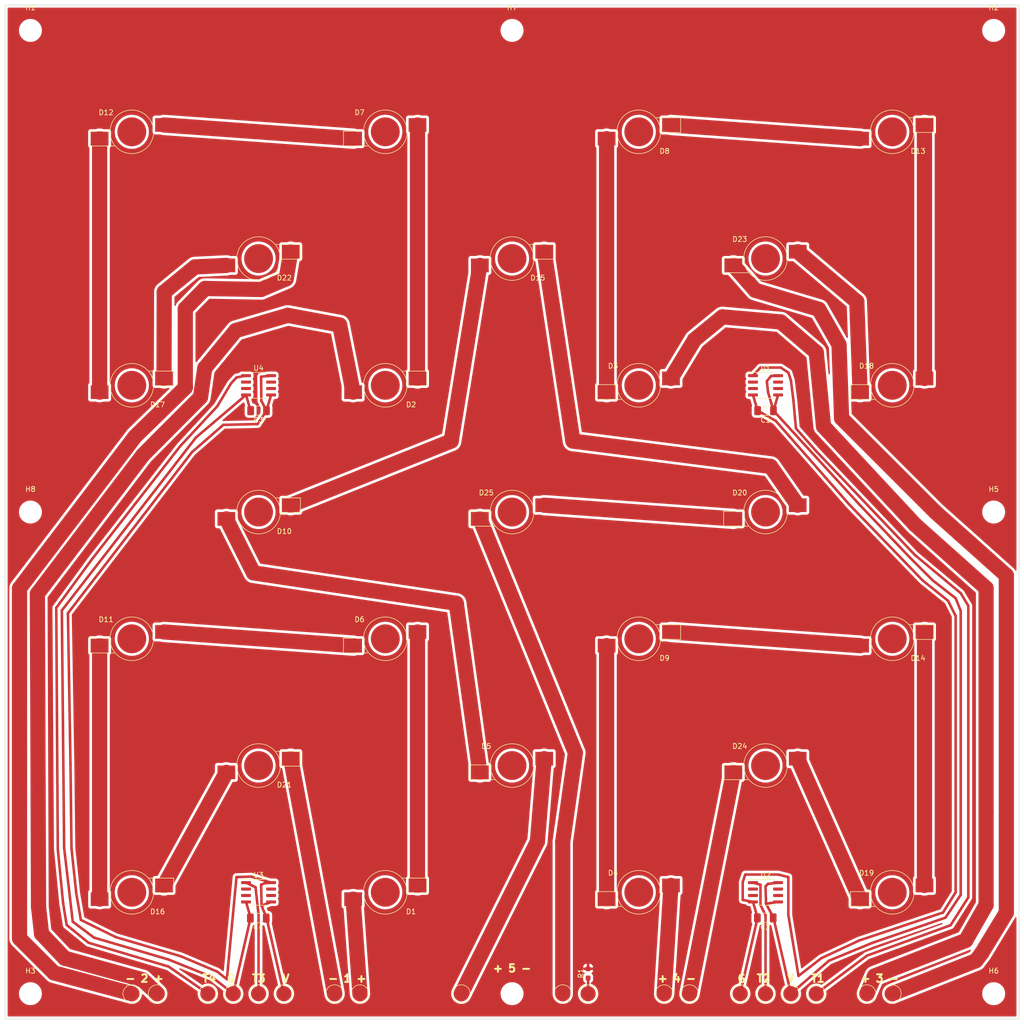
<source format=kicad_pcb>
(kicad_pcb (version 20201116) (generator pcbnew)
  (layers (0 "F.Cu" signal) (31 "B.Cu" signal) (34 "B.Paste" user) (35 "F.Paste" user) (36 "B.SilkS" user "B.Silkscreen") (37 "F.SilkS" user "F.Silkscreen") (38 "B.Mask" user) (39 "F.Mask" user) (44 "Edge.Cuts" user))
  (net 0 "")
  (net 1 "no_connect_59")
  (net 2 "Net-(D1-Pad1)")
  (net 3 "GND")
  (net 4 "no_connect_42")
  (net 5 "Net-(D2-Pad1)")
  (net 6 "VCC")
  (net 7 "no_connect_49")
  (net 8 "Net-(D3-Pad1)")
  (net 9 "no_connect_56")
  (net 10 "no_connect_50")
  (net 11 "Net-(D4-Pad1)")
  (net 12 "no_connect_57")
  (net 13 "no_connect_51")
  (net 14 "Net-(D10-Pad2)")
  (net 15 "no_connect_58")
  (net 16 "no_connect_52")
  (net 17 "Net-(D11-Pad2)")
  (net 18 "no_connect_53")
  (net 19 "Net-(D12-Pad2)")
  (net 20 "no_connect_54")
  (net 21 "Net-(D13-Pad2)")
  (net 22 "no_connect_55")
  (net 23 "Net-(D14-Pad2)")
  (net 24 "/TCHANNEL_1")
  (net 25 "Net-(D10-Pad1)")
  (net 26 "no_connect_60")
  (net 27 "Net-(D11-Pad1)")
  (net 28 "no_connect_61")
  (net 29 "Net-(D12-Pad1)")
  (net 30 "/TCHANNEL_2")
  (net 31 "Net-(D13-Pad1)")
  (net 32 "/TCHANNEL_3")
  (net 33 "Net-(D14-Pad1)")
  (net 34 "GNDA")
  (net 35 "Net-(D15-Pad1)")
  (net 36 "VCCQ")
  (net 37 "Net-(D16-Pad1)")
  (net 38 "no_connect_64")
  (net 39 "Net-(D17-Pad1)")
  (net 40 "no_connect_65")
  (net 41 "Net-(D18-Pad1)")
  (net 42 "no_connect_41")
  (net 43 "Net-(D19-Pad1)")
  (net 44 "no_connect_43")
  (net 45 "Net-(D20-Pad1)")
  (net 46 "no_connect_44")
  (net 47 "Net-(D21-Pad1)")
  (net 48 "no_connect_45")
  (net 49 "Net-(D22-Pad1)")
  (net 50 "no_connect_46")
  (net 51 "Net-(D23-Pad1)")
  (net 52 "no_connect_47")
  (net 53 "Net-(D24-Pad1)")
  (net 54 "no_connect_48")
  (net 55 "Net-(D25-Pad1)")
  (net 56 "/CH1_VSUP")
  (net 57 "/CH2_VSUP")
  (net 58 "/CH3_VSUP")
  (net 59 "/CH4_VSUP")
  (net 60 "/CH5_VSUP")
  (net 61 "/TCHANNEL_4")
  (net 62 "no_connect_62")
  (net 63 "no_connect_63")
  (net 64 "Net-(J19-Pad1)")
  (net 65 "/PLANE")
  (footprint "LED_SMD:LED_1W_3W_R8" (layer "F.Cu") (at 100 80 180)
    (fp_text reference "D22" (at -5.08 -3.81) (layer "F.SilkS"))
    (fp_text value "LED_PAD")
    (pad "1" smd rect (at -6.35 1.35 180) (size 3.5 2.7) (layers "F.Cu" "F.Paste" "F.Mask") (net 49 "Net-(D22-Pad1)"))
    (pad "2" smd rect (at 6.35 -1.35 180) (size 3.5 2.7) (layers "F.Cu" "F.Paste" "F.Mask") (net 39 "Net-(D17-Pad1)"))
    (pad "3" smd circle (at 0 0 180) (size 5.7 5.7) (layers "F.Cu" "F.Paste" "F.Mask") (net 22 "no_connect_55"))
  )
  (footprint "TestPoint:TestPoint_Pad_D3.0mm" (layer "F.Cu") (at 115 225)
    (fp_text reference "J2" hide)
    (fp_text value "Conn_01x01")
    (pad "1" smd circle (at 0 0) (size 3 3) (layers "F.Cu" "F.Mask") (net 47 "Net-(D21-Pad1)"))
  )
  (footprint "Package_SO:SOIC-8_3.9x4.9mm_P1.27mm" (layer "F.Cu") (at 200 205)
    (fp_text reference "U2" (at 0 -3.4) (layer "F.SilkS"))
    (fp_text value "TMP36xS")
    (pad "1" smd roundrect (at -2.475 -1.905) (size 1.95 0.6) (layers "F.Cu" "F.Paste" "F.Mask") (net 30 "/TCHANNEL_2"))
    (pad "2" smd roundrect (at -2.475 -0.635) (size 1.95 0.6) (layers "F.Cu" "F.Paste" "F.Mask"))
    (pad "3" smd roundrect (at -2.475 0.635) (size 1.95 0.6) (layers "F.Cu" "F.Paste" "F.Mask"))
    (pad "4" smd roundrect (at -2.475 1.905) (size 1.95 0.6) (layers "F.Cu" "F.Paste" "F.Mask") (net 3 "GND"))
    (pad "5" smd roundrect (at 2.475 1.905) (size 1.95 0.6) (layers "F.Cu" "F.Paste" "F.Mask") (net 6 "VCC"))
    (pad "6" smd roundrect (at 2.475 0.635) (size 1.95 0.6) (layers "F.Cu" "F.Paste" "F.Mask"))
    (pad "7" smd roundrect (at 2.475 -0.635) (size 1.95 0.6) (layers "F.Cu" "F.Paste" "F.Mask"))
    (pad "8" smd roundrect (at 2.475 -1.905) (size 1.95 0.6) (layers "F.Cu" "F.Paste" "F.Mask") (net 6 "VCC"))
  )
  (footprint "TestPoint:TestPoint_Pad_D3.0mm" (layer "F.Cu") (at 75 225)
    (fp_text reference "J4" hide)
    (fp_text value "Conn_01x01")
    (pad "1" smd circle (at 0 0) (size 3 3) (layers "F.Cu" "F.Mask") (net 49 "Net-(D22-Pad1)"))
  )
  (footprint "Package_SO:SOIC-8_3.9x4.9mm_P1.27mm" (layer "F.Cu") (at 100 105)
    (fp_text reference "U4" (at 0 -3.4) (layer "F.SilkS"))
    (fp_text value "TMP36xS")
    (pad "1" smd roundrect (at -2.475 -1.905) (size 1.95 0.6) (layers "F.Cu" "F.Paste" "F.Mask") (net 61 "/TCHANNEL_4"))
    (pad "2" smd roundrect (at -2.475 -0.635) (size 1.95 0.6) (layers "F.Cu" "F.Paste" "F.Mask"))
    (pad "3" smd roundrect (at -2.475 0.635) (size 1.95 0.6) (layers "F.Cu" "F.Paste" "F.Mask"))
    (pad "4" smd roundrect (at -2.475 1.905) (size 1.95 0.6) (layers "F.Cu" "F.Paste" "F.Mask") (net 34 "GNDA"))
    (pad "5" smd roundrect (at 2.475 1.905) (size 1.95 0.6) (layers "F.Cu" "F.Paste" "F.Mask") (net 36 "VCCQ"))
    (pad "6" smd roundrect (at 2.475 0.635) (size 1.95 0.6) (layers "F.Cu" "F.Paste" "F.Mask"))
    (pad "7" smd roundrect (at 2.475 -0.635) (size 1.95 0.6) (layers "F.Cu" "F.Paste" "F.Mask"))
    (pad "8" smd roundrect (at 2.475 -1.905) (size 1.95 0.6) (layers "F.Cu" "F.Paste" "F.Mask") (net 36 "VCCQ"))
  )
  (footprint "TestPoint:TestPoint_Pad_D3.0mm" (layer "F.Cu") (at 185 225)
    (fp_text reference "J8" hide)
    (fp_text value "Conn_01x01")
    (pad "1" smd circle (at 0 0) (size 3 3) (layers "F.Cu" "F.Mask") (net 53 "Net-(D24-Pad1)"))
  )
  (footprint "LED_SMD:LED_1W_3W_R8" (layer "F.Cu") (at 200 80)
    (fp_text reference "D23" (at -5.08 -3.81) (layer "F.SilkS"))
    (fp_text value "LED_PAD")
    (pad "1" smd rect (at -6.35 1.35) (size 3.5 2.7) (layers "F.Cu" "F.Paste" "F.Mask") (net 51 "Net-(D23-Pad1)"))
    (pad "2" smd rect (at 6.35 -1.35) (size 3.5 2.7) (layers "F.Cu" "F.Paste" "F.Mask") (net 41 "Net-(D18-Pad1)"))
    (pad "3" smd circle (at 0 0) (size 5.7 5.7) (layers "F.Cu" "F.Paste" "F.Mask") (net 9 "no_connect_56"))
  )
  (footprint "LED_SMD:LED_1W_3W_R8" (layer "F.Cu") (at 225 55 180)
    (fp_text reference "D13" (at -5.08 -3.81) (layer "F.SilkS"))
    (fp_text value "LED_PAD")
    (pad "1" smd rect (at -6.35 1.35 180) (size 3.5 2.7) (layers "F.Cu" "F.Paste" "F.Mask") (net 31 "Net-(D13-Pad1)"))
    (pad "2" smd rect (at 6.35 -1.35 180) (size 3.5 2.7) (layers "F.Cu" "F.Paste" "F.Mask") (net 21 "Net-(D13-Pad2)"))
    (pad "3" smd circle (at 0 0 180) (size 5.7 5.7) (layers "F.Cu" "F.Paste" "F.Mask") (net 48 "no_connect_45"))
  )
  (footprint "TestPoint:TestPoint_Pad_D3.0mm" (layer "F.Cu") (at 220 225)
    (fp_text reference "J5" hide)
    (fp_text value "Conn_01x01")
    (pad "1" smd circle (at 0 0) (size 3 3) (layers "F.Cu" "F.Mask") (net 58 "/CH3_VSUP"))
  )
  (footprint "LED_SMD:LED_1W_3W_R8" (layer "F.Cu") (at 75 105 180)
    (fp_text reference "D17" (at -5.08 -3.81) (layer "F.SilkS"))
    (fp_text value "LED_PAD")
    (pad "1" smd rect (at -6.35 1.35 180) (size 3.5 2.7) (layers "F.Cu" "F.Paste" "F.Mask") (net 39 "Net-(D17-Pad1)"))
    (pad "2" smd rect (at 6.35 -1.35 180) (size 3.5 2.7) (layers "F.Cu" "F.Paste" "F.Mask") (net 29 "Net-(D12-Pad1)"))
    (pad "3" smd circle (at 0 0 180) (size 5.7 5.7) (layers "F.Cu" "F.Paste" "F.Mask") (net 7 "no_connect_49"))
  )
  (footprint "LED_SMD:LED_1W_3W_R8" (layer "F.Cu") (at 200 130)
    (fp_text reference "D20" (at -5.08 -3.81) (layer "F.SilkS"))
    (fp_text value "LED_PAD")
    (pad "1" smd rect (at -6.35 1.35) (size 3.5 2.7) (layers "F.Cu" "F.Paste" "F.Mask") (net 45 "Net-(D20-Pad1)"))
    (pad "2" smd rect (at 6.35 -1.35) (size 3.5 2.7) (layers "F.Cu" "F.Paste" "F.Mask") (net 35 "Net-(D15-Pad1)"))
    (pad "3" smd circle (at 0 0) (size 5.7 5.7) (layers "F.Cu" "F.Paste" "F.Mask") (net 18 "no_connect_53"))
  )
  (footprint "TestPoint:TestPoint_Pad_D3.0mm" (layer "F.Cu") (at 90 225)
    (fp_text reference "J17" hide)
    (fp_text value "Conn_01x01")
    (pad "1" smd circle (at 0 0) (size 3 3) (layers "F.Cu" "F.Mask") (net 61 "/TCHANNEL_4"))
  )
  (footprint "LED_SMD:LED_1W_3W_R8" (layer "F.Cu") (at 175 205)
    (fp_text reference "D4" (at -5.08 -3.81) (layer "F.SilkS"))
    (fp_text value "LED_PAD")
    (pad "1" smd rect (at -6.35 1.35) (size 3.5 2.7) (layers "F.Cu" "F.Paste" "F.Mask") (net 11 "Net-(D4-Pad1)"))
    (pad "2" smd rect (at 6.35 -1.35) (size 3.5 2.7) (layers "F.Cu" "F.Paste" "F.Mask") (net 59 "/CH4_VSUP"))
    (pad "3" smd circle (at 0 0) (size 5.7 5.7) (layers "F.Cu" "F.Paste" "F.Mask") (net 26 "no_connect_60"))
  )
  (footprint "Capacitor_SMD:C_1206_3216Metric_Pad1.33x1.80mm_HandSolder" (layer "F.Cu") (at 200 110 180)
    (fp_text reference "C1" (at 0 -1.85) (layer "F.SilkS"))
    (fp_text value "C_Small")
    (pad "1" smd roundrect (at -1.5625 0 180) (size 1.325 1.8) (layers "F.Cu" "F.Paste" "F.Mask") (roundrect_rratio 0.188679) (net 6 "VCC"))
    (pad "2" smd roundrect (at 1.5625 0 180) (size 1.325 1.8) (layers "F.Cu" "F.Paste" "F.Mask") (roundrect_rratio 0.188679) (net 3 "GND"))
  )
  (footprint "MountingHole:MountingHole_3.5mm" (layer "F.Cu") (at 55 35)
    (fp_text reference "H1" (at 0 -4.5) (layer "F.SilkS"))
    (fp_text value "MountingHole")
    (pad "1" np_thru_hole circle (at 0 0) (size 3.5 3.5) (drill 3.5) (layers *.Cu *.Mask))
  )
  (footprint "Capacitor_SMD:C_1206_3216Metric_Pad1.33x1.80mm_HandSolder" (layer "F.Cu") (at 100 110 180)
    (fp_text reference "C3" (at 0 -1.85) (layer "F.SilkS"))
    (fp_text value "C_Small")
    (pad "1" smd roundrect (at -1.5625 0 180) (size 1.325 1.8) (layers "F.Cu" "F.Paste" "F.Mask") (roundrect_rratio 0.188679) (net 36 "VCCQ"))
    (pad "2" smd roundrect (at 1.5625 0 180) (size 1.325 1.8) (layers "F.Cu" "F.Paste" "F.Mask") (roundrect_rratio 0.188679) (net 34 "GNDA"))
  )
  (footprint "TestPoint:TestPoint_Pad_D3.0mm" (layer "F.Cu") (at 100 225)
    (fp_text reference "J16" hide)
    (fp_text value "Conn_01x01")
    (pad "1" smd circle (at 0 0) (size 3 3) (layers "F.Cu" "F.Mask") (net 32 "/TCHANNEL_3"))
  )
  (footprint "LED_SMD:LED_1W_3W_R8" (layer "F.Cu") (at 100 130 180)
    (fp_text reference "D10" (at -5.08 -3.81) (layer "F.SilkS"))
    (fp_text value "LED_PAD")
    (pad "1" smd rect (at -6.35 1.35 180) (size 3.5 2.7) (layers "F.Cu" "F.Paste" "F.Mask") (net 25 "Net-(D10-Pad1)"))
    (pad "2" smd rect (at 6.35 -1.35 180) (size 3.5 2.7) (layers "F.Cu" "F.Paste" "F.Mask") (net 14 "Net-(D10-Pad2)"))
    (pad "3" smd circle (at 0 0 180) (size 5.7 5.7) (layers "F.Cu" "F.Paste" "F.Mask") (net 4 "no_connect_42"))
  )
  (footprint "LED_SMD:LED_1W_3W_R8" (layer "F.Cu") (at 125 155)
    (fp_text reference "D6" (at -5.08 -3.81) (layer "F.SilkS"))
    (fp_text value "LED_PAD")
    (pad "1" smd rect (at -6.35 1.35) (size 3.5 2.7) (layers "F.Cu" "F.Paste" "F.Mask") (net 17 "Net-(D11-Pad2)"))
    (pad "2" smd rect (at 6.35 -1.35) (size 3.5 2.7) (layers "F.Cu" "F.Paste" "F.Mask") (net 2 "Net-(D1-Pad1)"))
    (pad "3" smd circle (at 0 0) (size 5.7 5.7) (layers "F.Cu" "F.Paste" "F.Mask") (net 62 "no_connect_62"))
  )
  (footprint "MountingHole:MountingHole_3.5mm" (layer "F.Cu") (at 245 130)
    (fp_text reference "H5" (at 0 -4.5) (layer "F.SilkS"))
    (fp_text value "MountingHole")
    (pad "1" np_thru_hole circle (at 0 0) (size 3.5 3.5) (drill 3.5) (layers *.Cu *.Mask))
  )
  (footprint "TestPoint:TestPoint_Pad_D3.0mm" (layer "F.Cu") (at 105 225)
    (fp_text reference "J15" hide)
    (fp_text value "Conn_01x01")
    (pad "1" smd circle (at 0 0) (size 3 3) (layers "F.Cu" "F.Mask") (net 36 "VCCQ"))
  )
  (footprint "MountingHole:MountingHole_3.5mm" (layer "F.Cu") (at 55 130)
    (fp_text reference "H8" (at 0 -4.5) (layer "F.SilkS"))
    (fp_text value "MountingHole")
    (pad "1" np_thru_hole circle (at 0 0) (size 3.5 3.5) (drill 3.5) (layers *.Cu *.Mask))
  )
  (footprint "LED_SMD:LED_1W_3W_R8" (layer "F.Cu") (at 125 205 180)
    (fp_text reference "D1" (at -5.08 -3.81) (layer "F.SilkS"))
    (fp_text value "LED_PAD")
    (pad "1" smd rect (at -6.35 1.35 180) (size 3.5 2.7) (layers "F.Cu" "F.Paste" "F.Mask") (net 2 "Net-(D1-Pad1)"))
    (pad "2" smd rect (at 6.35 -1.35 180) (size 3.5 2.7) (layers "F.Cu" "F.Paste" "F.Mask") (net 56 "/CH1_VSUP"))
    (pad "3" smd circle (at 0 0 180) (size 5.7 5.7) (layers "F.Cu" "F.Paste" "F.Mask") (net 42 "no_connect_41"))
  )
  (footprint "LED_SMD:LED_1W_3W_R8" (layer "F.Cu") (at 175 55 180)
    (fp_text reference "D8" (at -5.08 -3.81) (layer "F.SilkS"))
    (fp_text value "LED_PAD")
    (pad "1" smd rect (at -6.35 1.35 180) (size 3.5 2.7) (layers "F.Cu" "F.Paste" "F.Mask") (net 21 "Net-(D13-Pad2)"))
    (pad "2" smd rect (at 6.35 -1.35 180) (size 3.5 2.7) (layers "F.Cu" "F.Paste" "F.Mask") (net 8 "Net-(D3-Pad1)"))
    (pad "3" smd circle (at 0 0 180) (size 5.7 5.7) (layers "F.Cu" "F.Paste" "F.Mask") (net 38 "no_connect_64"))
  )
  (footprint "LED_SMD:LED_1W_3W_R8" (layer "F.Cu") (at 225 155 180)
    (fp_text reference "D14" (at -5.08 -3.81) (layer "F.SilkS"))
    (fp_text value "LED_PAD")
    (pad "1" smd rect (at -6.35 1.35 180) (size 3.5 2.7) (layers "F.Cu" "F.Paste" "F.Mask") (net 33 "Net-(D14-Pad1)"))
    (pad "2" smd rect (at 6.35 -1.35 180) (size 3.5 2.7) (layers "F.Cu" "F.Paste" "F.Mask") (net 23 "Net-(D14-Pad2)"))
    (pad "3" smd circle (at 0 0 180) (size 5.7 5.7) (layers "F.Cu" "F.Paste" "F.Mask") (net 50 "no_connect_46"))
  )
  (footprint "MountingHole:MountingHole_3.5mm" (layer "F.Cu") (at 245 35)
    (fp_text reference "H2" (at 0 -4.5) (layer "F.SilkS"))
    (fp_text value "MountingHole")
    (pad "1" np_thru_hole circle (at 0 0) (size 3.5 3.5) (drill 3.5) (layers *.Cu *.Mask))
  )
  (footprint "TestPoint:TestPoint_Pad_D3.0mm" (layer "F.Cu") (at 195 225)
    (fp_text reference "J14" hide)
    (fp_text value "Conn_01x01")
    (pad "1" smd circle (at 0 0) (size 3 3) (layers "F.Cu" "F.Mask") (net 3 "GND"))
  )
  (footprint "LED_SMD:LED_1W_3W_R8" (layer "F.Cu") (at 150 130)
    (fp_text reference "D25" (at -5.08 -3.81) (layer "F.SilkS"))
    (fp_text value "LED_PAD")
    (pad "1" smd rect (at -6.35 1.35) (size 3.5 2.7) (layers "F.Cu" "F.Paste" "F.Mask") (net 55 "Net-(D25-Pad1)"))
    (pad "2" smd rect (at 6.35 -1.35) (size 3.5 2.7) (layers "F.Cu" "F.Paste" "F.Mask") (net 45 "Net-(D20-Pad1)"))
    (pad "3" smd circle (at 0 0) (size 5.7 5.7) (layers "F.Cu" "F.Paste" "F.Mask") (net 15 "no_connect_58"))
  )
  (footprint "MountingHole:MountingHole_3.5mm" (layer "F.Cu") (at 55 225)
    (fp_text reference "H3" (at 0 -4.5) (layer "F.SilkS"))
    (fp_text value "MountingHole")
    (pad "1" np_thru_hole circle (at 0 0) (size 3.5 3.5) (drill 3.5) (layers *.Cu *.Mask))
  )
  (footprint "TestPoint:TestPoint_Pad_D3.0mm" (layer "F.Cu") (at 80 225)
    (fp_text reference "J3" hide)
    (fp_text value "Conn_01x01")
    (pad "1" smd circle (at 0 0) (size 3 3) (layers "F.Cu" "F.Mask") (net 57 "/CH2_VSUP"))
  )
  (footprint "Capacitor_SMD:C_1206_3216Metric_Pad1.33x1.80mm_HandSolder" (layer "F.Cu") (at 99.95 210.1 180)
    (fp_text reference "C4" (at 0 -1.85) (layer "F.SilkS"))
    (fp_text value "C_Small")
    (pad "1" smd roundrect (at -1.5625 0 180) (size 1.325 1.8) (layers "F.Cu" "F.Paste" "F.Mask") (roundrect_rratio 0.188679) (net 36 "VCCQ"))
    (pad "2" smd roundrect (at 1.5625 0 180) (size 1.325 1.8) (layers "F.Cu" "F.Paste" "F.Mask") (roundrect_rratio 0.188679) (net 34 "GNDA"))
  )
  (footprint "Package_SO:SOIC-8_3.9x4.9mm_P1.27mm" (layer "F.Cu") (at 200 105)
    (fp_text reference "U1" (at 0 -3.4) (layer "F.SilkS"))
    (fp_text value "TMP36xS")
    (pad "1" smd roundrect (at -2.475 -1.905) (size 1.95 0.6) (layers "F.Cu" "F.Paste" "F.Mask") (net 24 "/TCHANNEL_1"))
    (pad "2" smd roundrect (at -2.475 -0.635) (size 1.95 0.6) (layers "F.Cu" "F.Paste" "F.Mask"))
    (pad "3" smd roundrect (at -2.475 0.635) (size 1.95 0.6) (layers "F.Cu" "F.Paste" "F.Mask"))
    (pad "4" smd roundrect (at -2.475 1.905) (size 1.95 0.6) (layers "F.Cu" "F.Paste" "F.Mask") (net 3 "GND"))
    (pad "5" smd roundrect (at 2.475 1.905) (size 1.95 0.6) (layers "F.Cu" "F.Paste" "F.Mask") (net 6 "VCC"))
    (pad "6" smd roundrect (at 2.475 0.635) (size 1.95 0.6) (layers "F.Cu" "F.Paste" "F.Mask"))
    (pad "7" smd roundrect (at 2.475 -0.635) (size 1.95 0.6) (layers "F.Cu" "F.Paste" "F.Mask"))
    (pad "8" smd roundrect (at 2.475 -1.905) (size 1.95 0.6) (layers "F.Cu" "F.Paste" "F.Mask") (net 6 "VCC"))
  )
  (footprint "TestPoint:TestPoint_Pad_D3.0mm" (layer "F.Cu") (at 200 225)
    (fp_text reference "J13" hide)
    (fp_text value "Conn_01x01")
    (pad "1" smd circle (at 0 0) (size 3 3) (layers "F.Cu" "F.Mask") (net 30 "/TCHANNEL_2"))
  )
  (footprint "LED_SMD:LED_1W_3W_R8" (layer "F.Cu") (at 100 180 180)
    (fp_text reference "D21" (at -5.08 -3.81) (layer "F.SilkS"))
    (fp_text value "LED_PAD")
    (pad "1" smd rect (at -6.35 1.35 180) (size 3.5 2.7) (layers "F.Cu" "F.Paste" "F.Mask") (net 47 "Net-(D21-Pad1)"))
    (pad "2" smd rect (at 6.35 -1.35 180) (size 3.5 2.7) (layers "F.Cu" "F.Paste" "F.Mask") (net 37 "Net-(D16-Pad1)"))
    (pad "3" smd circle (at 0 0 180) (size 5.7 5.7) (layers "F.Cu" "F.Paste" "F.Mask") (net 20 "no_connect_54"))
  )
  (footprint "TestPoint:TestPoint_Pad_D3.0mm" (layer "F.Cu") (at 210 225)
    (fp_text reference "J12" hide)
    (fp_text value "Conn_01x01")
    (pad "1" smd circle (at 0 0) (size 3 3) (layers "F.Cu" "F.Mask") (net 24 "/TCHANNEL_1"))
  )
  (footprint "LED_SMD:LED_1W_3W_R8" (layer "F.Cu") (at 200 180)
    (fp_text reference "D24" (at -5.08 -3.81) (layer "F.SilkS"))
    (fp_text value "LED_PAD")
    (pad "1" smd rect (at -6.35 1.35) (size 3.5 2.7) (layers "F.Cu" "F.Paste" "F.Mask") (net 53 "Net-(D24-Pad1)"))
    (pad "2" smd rect (at 6.35 -1.35) (size 3.5 2.7) (layers "F.Cu" "F.Paste" "F.Mask") (net 43 "Net-(D19-Pad1)"))
    (pad "3" smd circle (at 0 0) (size 5.7 5.7) (layers "F.Cu" "F.Paste" "F.Mask") (net 12 "no_connect_57"))
  )
  (footprint "LED_SMD:LED_1W_3W_R8" (layer "F.Cu") (at 175 105)
    (fp_text reference "D3" (at -5.08 -3.81) (layer "F.SilkS"))
    (fp_text value "LED_PAD")
    (pad "1" smd rect (at -6.35 1.35) (size 3.5 2.7) (layers "F.Cu" "F.Paste" "F.Mask") (net 8 "Net-(D3-Pad1)"))
    (pad "2" smd rect (at 6.35 -1.35) (size 3.5 2.7) (layers "F.Cu" "F.Paste" "F.Mask") (net 58 "/CH3_VSUP"))
    (pad "3" smd circle (at 0 0) (size 5.7 5.7) (layers "F.Cu" "F.Paste" "F.Mask") (net 1 "no_connect_59"))
  )
  (footprint "LED_SMD:LED_1W_3W_R8" (layer "F.Cu") (at 150 80 180)
    (fp_text reference "D15" (at -5.08 -3.81) (layer "F.SilkS"))
    (fp_text value "LED_PAD")
    (pad "1" smd rect (at -6.35 1.35 180) (size 3.5 2.7) (layers "F.Cu" "F.Paste" "F.Mask") (net 35 "Net-(D15-Pad1)"))
    (pad "2" smd rect (at 6.35 -1.35 180) (size 3.5 2.7) (layers "F.Cu" "F.Paste" "F.Mask") (net 25 "Net-(D10-Pad1)"))
    (pad "3" smd circle (at 0 0 180) (size 5.7 5.7) (layers "F.Cu" "F.Paste" "F.Mask") (net 52 "no_connect_47"))
  )
  (footprint "LED_SMD:LED_1W_3W_R8" (layer "F.Cu") (at 75 155)
    (fp_text reference "D11" (at -5.08 -3.81) (layer "F.SilkS"))
    (fp_text value "LED_PAD")
    (pad "1" smd rect (at -6.35 1.35) (size 3.5 2.7) (layers "F.Cu" "F.Paste" "F.Mask") (net 27 "Net-(D11-Pad1)"))
    (pad "2" smd rect (at 6.35 -1.35) (size 3.5 2.7) (layers "F.Cu" "F.Paste" "F.Mask") (net 17 "Net-(D11-Pad2)"))
    (pad "3" smd circle (at 0 0) (size 5.7 5.7) (layers "F.Cu" "F.Paste" "F.Mask") (net 44 "no_connect_43"))
  )
  (footprint "LED_SMD:LED_1W_3W_R8" (layer "F.Cu") (at 225 205)
    (fp_text reference "D19" (at -5.08 -3.81) (layer "F.SilkS"))
    (fp_text value "LED_PAD")
    (pad "1" smd rect (at -6.35 1.35) (size 3.5 2.7) (layers "F.Cu" "F.Paste" "F.Mask") (net 43 "Net-(D19-Pad1)"))
    (pad "2" smd rect (at 6.35 -1.35) (size 3.5 2.7) (layers "F.Cu" "F.Paste" "F.Mask") (net 33 "Net-(D14-Pad1)"))
    (pad "3" smd circle (at 0 0) (size 5.7 5.7) (layers "F.Cu" "F.Paste" "F.Mask") (net 13 "no_connect_51"))
  )
  (footprint "TestPoint:TestPoint_Pad_D3.0mm" (layer "F.Cu") (at 95 225)
    (fp_text reference "J18" hide)
    (fp_text value "Conn_01x01")
    (pad "1" smd circle (at 0 0) (size 3 3) (layers "F.Cu" "F.Mask") (net 34 "GNDA"))
  )
  (footprint "Capacitor_SMD:C_1206_3216Metric_Pad1.33x1.80mm_HandSolder" (layer "F.Cu") (at 199.95 210.05 180)
    (fp_text reference "C2" (at 0 -1.85) (layer "F.SilkS"))
    (fp_text value "C_Small")
    (pad "1" smd roundrect (at -1.5625 0 180) (size 1.325 1.8) (layers "F.Cu" "F.Paste" "F.Mask") (roundrect_rratio 0.188679) (net 6 "VCC"))
    (pad "2" smd roundrect (at 1.5625 0 180) (size 1.325 1.8) (layers "F.Cu" "F.Paste" "F.Mask") (roundrect_rratio 0.188679) (net 3 "GND"))
  )
  (footprint "LED_SMD:LED_1W_3W_R8" (layer "F.Cu") (at 225 105)
    (fp_text reference "D18" (at -5.08 -3.81) (layer "F.SilkS"))
    (fp_text value "LED_PAD")
    (pad "1" smd rect (at -6.35 1.35) (size 3.5 2.7) (layers "F.Cu" "F.Paste" "F.Mask") (net 41 "Net-(D18-Pad1)"))
    (pad "2" smd rect (at 6.35 -1.35) (size 3.5 2.7) (layers "F.Cu" "F.Paste" "F.Mask") (net 31 "Net-(D13-Pad1)"))
    (pad "3" smd circle (at 0 0) (size 5.7 5.7) (layers "F.Cu" "F.Paste" "F.Mask") (net 10 "no_connect_50"))
  )
  (footprint "TestPoint:TestPoint_Pad_D3.0mm" (layer "F.Cu") (at 180 225)
    (fp_text reference "J7" hide)
    (fp_text value "Conn_01x01")
    (pad "1" smd circle (at 0 0) (size 3 3) (layers "F.Cu" "F.Mask") (net 59 "/CH4_VSUP"))
  )
  (footprint "LED_SMD:LED_1W_3W_R8" (layer "F.Cu") (at 125 55)
    (fp_text reference "D7" (at -5.08 -3.81) (layer "F.SilkS"))
    (fp_text value "LED_PAD")
    (pad "1" smd rect (at -6.35 1.35) (size 3.5 2.7) (layers "F.Cu" "F.Paste" "F.Mask") (net 19 "Net-(D12-Pad2)"))
    (pad "2" smd rect (at 6.35 -1.35) (size 3.5 2.7) (layers "F.Cu" "F.Paste" "F.Mask") (net 5 "Net-(D2-Pad1)"))
    (pad "3" smd circle (at 0 0) (size 5.7 5.7) (layers "F.Cu" "F.Paste" "F.Mask") (net 63 "no_connect_63"))
  )
  (footprint "TestPoint:TestPoint_Pad_D3.0mm" (layer "F.Cu") (at 140 225)
    (fp_text reference "J9" hide)
    (fp_text value "Conn_01x01")
    (pad "1" smd circle (at 0 0) (size 3 3) (layers "F.Cu" "F.Mask") (net 60 "/CH5_VSUP"))
  )
  (footprint "Package_SO:SOIC-8_3.9x4.9mm_P1.27mm" (layer "F.Cu") (at 100 205)
    (fp_text reference "U3" (at 0 -3.4) (layer "F.SilkS"))
    (fp_text value "TMP36xS")
    (pad "1" smd roundrect (at -2.475 -1.905) (size 1.95 0.6) (layers "F.Cu" "F.Paste" "F.Mask") (net 32 "/TCHANNEL_3"))
    (pad "2" smd roundrect (at -2.475 -0.635) (size 1.95 0.6) (layers "F.Cu" "F.Paste" "F.Mask"))
    (pad "3" smd roundrect (at -2.475 0.635) (size 1.95 0.6) (layers "F.Cu" "F.Paste" "F.Mask"))
    (pad "4" smd roundrect (at -2.475 1.905) (size 1.95 0.6) (layers "F.Cu" "F.Paste" "F.Mask") (net 34 "GNDA"))
    (pad "5" smd roundrect (at 2.475 1.905) (size 1.95 0.6) (layers "F.Cu" "F.Paste" "F.Mask") (net 36 "VCCQ"))
    (pad "6" smd roundrect (at 2.475 0.635) (size 1.95 0.6) (layers "F.Cu" "F.Paste" "F.Mask"))
    (pad "7" smd roundrect (at 2.475 -0.635) (size 1.95 0.6) (layers "F.Cu" "F.Paste" "F.Mask"))
    (pad "8" smd roundrect (at 2.475 -1.905) (size 1.95 0.6) (layers "F.Cu" "F.Paste" "F.Mask") (net 36 "VCCQ"))
  )
  (footprint "TestPoint:TestPoint_Pad_D3.0mm" (layer "F.Cu") (at 165 225)
    (fp_text reference "J19" hide)
    (fp_text value "Conn_01x01")
    (pad "1" smd circle (at 0 0) (size 3 3) (layers "F.Cu" "F.Mask") (net 64 "Net-(J19-Pad1)"))
  )
  (footprint "LED_SMD:LED_1W_3W_R8" (layer "F.Cu") (at 175 155 180)
    (fp_text reference "D9" (at -5.08 -3.81) (layer "F.SilkS"))
    (fp_text value "LED_PAD")
    (pad "1" smd rect (at -6.35 1.35 180) (size 3.5 2.7) (layers "F.Cu" "F.Paste" "F.Mask") (net 23 "Net-(D14-Pad2)"))
    (pad "2" smd rect (at 6.35 -1.35 180) (size 3.5 2.7) (layers "F.Cu" "F.Paste" "F.Mask") (net 11 "Net-(D4-Pad1)"))
    (pad "3" smd circle (at 0 0 180) (size 5.7 5.7) (layers "F.Cu" "F.Paste" "F.Mask") (net 40 "no_connect_65"))
  )
  (footprint "MountingHole:MountingHole_3.5mm" (layer "F.Cu") (at 245 225)
    (fp_text reference "H6" (at 0 -4.5) (layer "F.SilkS"))
    (fp_text value "MountingHole")
    (pad "1" np_thru_hole circle (at 0 0) (size 3.5 3.5) (drill 3.5) (layers *.Cu *.Mask))
  )
  (footprint "LED_SMD:LED_1W_3W_R8" (layer "F.Cu") (at 150 180)
    (fp_text reference "D5" (at -5.08 -3.81) (layer "F.SilkS"))
    (fp_text value "LED_PAD")
    (pad "1" smd rect (at -6.35 1.35) (size 3.5 2.7) (layers "F.Cu" "F.Paste" "F.Mask") (net 14 "Net-(D10-Pad2)"))
    (pad "2" smd rect (at 6.35 -1.35) (size 3.5 2.7) (layers "F.Cu" "F.Paste" "F.Mask") (net 60 "/CH5_VSUP"))
    (pad "3" smd circle (at 0 0) (size 5.7 5.7) (layers "F.Cu" "F.Paste" "F.Mask") (net 28 "no_connect_61"))
  )
  (footprint "MountingHole:MountingHole_3.5mm" (layer "F.Cu") (at 150 35)
    (fp_text reference "H7" (at 0 -4.5) (layer "F.SilkS"))
    (fp_text value "MountingHole")
    (pad "1" np_thru_hole circle (at 0 0) (size 3.5 3.5) (drill 3.5) (layers *.Cu *.Mask))
  )
  (footprint "LED_SMD:LED_1W_3W_R8" (layer "F.Cu") (at 125 105 180)
    (fp_text reference "D2" (at -5.08 -3.81) (layer "F.SilkS"))
    (fp_text value "LED_PAD")
    (pad "1" smd rect (at -6.35 1.35 180) (size 3.5 2.7) (layers "F.Cu" "F.Paste" "F.Mask") (net 5 "Net-(D2-Pad1)"))
    (pad "2" smd rect (at 6.35 -1.35 180) (size 3.5 2.7) (layers "F.Cu" "F.Paste" "F.Mask") (net 57 "/CH2_VSUP"))
    (pad "3" smd circle (at 0 0 180) (size 5.7 5.7) (layers "F.Cu" "F.Paste" "F.Mask") (net 16 "no_connect_52"))
  )
  (footprint "TestPoint:TestPoint_Pad_D3.0mm" (layer "F.Cu") (at 225 225)
    (fp_text reference "J6" hide)
    (fp_text value "Conn_01x01")
    (pad "1" smd circle (at 0 0) (size 3 3) (layers "F.Cu" "F.Mask") (net 51 "Net-(D23-Pad1)"))
  )
  (footprint "TestPoint:TestPoint_Pad_D3.0mm" (layer "F.Cu") (at 120 225)
    (fp_text reference "J1" hide)
    (fp_text value "Conn_01x01")
    (pad "1" smd circle (at 0 0) (size 3 3) (layers "F.Cu" "F.Mask") (net 56 "/CH1_VSUP"))
  )
  (footprint "MountingHole:MountingHole_3.5mm" (layer "F.Cu") (at 150 225)
    (fp_text reference "H4" hide)
    (fp_text value "MountingHole")
    (pad "1" np_thru_hole circle (at 0 0) (size 3.5 3.5) (drill 3.5) (layers *.Cu *.Mask))
  )
  (footprint "TestPoint:TestPoint_Pad_D3.0mm" (layer "F.Cu") (at 160 225)
    (fp_text reference "J10" hide)
    (fp_text value "Conn_01x01")
    (pad "1" smd circle (at 0 0) (size 3 3) (layers "F.Cu" "F.Mask") (net 55 "Net-(D25-Pad1)"))
  )
  (footprint "Resistor_SMD:R_0603_1608Metric_Pad0.98x0.95mm_HandSolder" (layer "F.Cu") (at 165 221 90)
    (fp_text reference "R1" (at 0 -1.43 90) (layer "F.SilkS"))
    (fp_text value "R_Small")
    (pad "1" smd roundrect (at -0.9125 0 90) (size 0.975 0.95) (layers "F.Cu" "F.Paste" "F.Mask") (net 64 "Net-(J19-Pad1)"))
    (pad "2" smd roundrect (at 0.9125 0 90) (size 0.975 0.95) (layers "F.Cu" "F.Paste" "F.Mask") (net 65 "/PLANE"))
  )
  (footprint "LED_SMD:LED_1W_3W_R8" (layer "F.Cu") (at 75 205 180)
    (fp_text reference "D16" (at -5.08 -3.81) (layer "F.SilkS"))
    (fp_text value "LED_PAD")
    (pad "1" smd rect (at -6.35 1.35 180) (size 3.5 2.7) (layers "F.Cu" "F.Paste" "F.Mask") (net 37 "Net-(D16-Pad1)"))
    (pad "2" smd rect (at 6.35 -1.35 180) (size 3.5 2.7) (layers "F.Cu" "F.Paste" "F.Mask") (net 27 "Net-(D11-Pad1)"))
    (pad "3" smd circle (at 0 0 180) (size 5.7 5.7) (layers "F.Cu" "F.Paste" "F.Mask") (net 54 "no_connect_48"))
  )
  (footprint "TestPoint:TestPoint_Pad_D3.0mm" (layer "F.Cu") (at 205 225)
    (fp_text reference "J11" hide)
    (fp_text value "Conn_01x01")
    (pad "1" smd circle (at 0 0) (size 3 3) (layers "F.Cu" "F.Mask") (net 6 "VCC"))
  )
  (footprint "LED_SMD:LED_1W_3W_R8" (layer "F.Cu") (at 75 55)
    (fp_text reference "D12" (at -5.08 -3.81) (layer "F.SilkS"))
    (fp_text value "LED_PAD")
    (pad "1" smd rect (at -6.35 1.35) (size 3.5 2.7) (layers "F.Cu" "F.Paste" "F.Mask") (net 29 "Net-(D12-Pad1)"))
    (pad "2" smd rect (at 6.35 -1.35) (size 3.5 2.7) (layers "F.Cu" "F.Paste" "F.Mask") (net 19 "Net-(D12-Pad2)"))
    (pad "3" smd circle (at 0 0) (size 5.7 5.7) (layers "F.Cu" "F.Paste" "F.Mask") (net 46 "no_connect_44"))
  )
  (gr_line (start 250 230) (end 50 230) (layer "Edge.Cuts") (width 0.1))
  (gr_line (start 250 30) (end 250 230) (layer "Edge.Cuts") (width 0.1))
  (gr_line (start 50 30) (end 250 30) (layer "Edge.Cuts") (width 0.1))
  (gr_line (start 50 230) (end 50 30) (layer "Edge.Cuts") (width 0.1))
  (gr_text " G  T2   V   T1" (at 202.5 222) (layer "F.SilkS") (effects (font (size 1.5 1.5) (thickness 0.375))))
  (gr_text "+ 4 -" (at 182.5 222) (layer "F.SilkS") (effects (font (size 1.5 1.5) (thickness 0.375))))
  (gr_text "+ 5 -" (at 150 220) (layer "F.SilkS") (effects (font (size 1.5 1.5) (thickness 0.375))))
  (gr_text "- 1 +" (at 117.5 222) (layer "F.SilkS") (effects (font (size 1.5 1.5) (thickness 0.375))))
  (gr_text "+ 3 -" (at 222.5 222) (layer "F.SilkS") (effects (font (size 1.5 1.5) (thickness 0.375))))
  (gr_text "- 2 +" (at 77.5 222) (layer "F.SilkS") (effects (font (size 1.5 1.5) (thickness 0.375))))
  (gr_text "T4  G   T3   V" (at 97.5 222) (layer "F.SilkS") (effects (font (size 1.5 1.5) (thickness 0.375))))
  (segment (start 131.35 203.65) (end 131.35 153.65) (width 3) (layer "F.Cu") (net 2))
  (segment (start 198.4375 210) (end 197.525 206.905) (width 0.5) (layer "F.Cu") (net 3))
  (segment (start 195.5 206.5) (end 195.5 203) (width 0.5) (layer "F.Cu") (net 3))
  (segment (start 197.525 206.905) (end 195.5 206.5) (width 0.5) (layer "F.Cu") (net 3))
  (segment (start 216.5 128.5) (end 202 112) (width 0.5) (layer "F.Cu") (net 3))
  (segment (start 204.5 209.5) (end 206.5 221.5) (width 0.5) (layer "F.Cu") (net 3))
  (segment (start 195 225) (end 198.4375 210) (width 0.5) (layer "F.Cu") (net 3))
  (segment (start 206.5 221.5) (end 211 218) (width 0.5) (layer "F.Cu") (net 3))
  (segment (start 202 112) (end 198.4375 110) (width 0.5) (layer "F.Cu") (net 3))
  (segment (start 195.5 203) (end 196 201.5) (width 0.5) (layer "F.Cu") (net 3))
  (segment (start 198.4375 110) (end 197.525 106.905) (width 0.5) (layer "F.Cu") (net 3))
  (segment (start 202.5 201.5) (end 204.5 202) (width 0.5) (layer "F.Cu") (net 3))
  (segment (start 236 147.5) (end 231 143.5) (width 0.5) (layer "F.Cu") (net 3))
  (segment (start 218.5 214.5) (end 227.5 211.5) (width 0.5) (layer "F.Cu") (net 3))
  (segment (start 235 209) (end 237.5 205) (width 0.5) (layer "F.Cu") (net 3))
  (segment (start 237.5 205) (end 237.5 150.5) (width 0.5) (layer "F.Cu") (net 3))
  (segment (start 196 201.5) (end 202.5 201.5) (width 0.5) (layer "F.Cu") (net 3))
  (segment (start 227.5 211.5) (end 235 209) (width 0.5) (layer "F.Cu") (net 3))
  (segment (start 237.5 150.5) (end 236 147.5) (width 0.5) (layer "F.Cu") (net 3))
  (segment (start 211 218) (end 218.5 214.5) (width 0.5) (layer "F.Cu") (net 3))
  (segment (start 204.5 202) (end 204.5 209.5) (width 0.5) (layer "F.Cu") (net 3))
  (segment (start 231 143.5) (end 216.5 128.5) (width 0.5) (layer "F.Cu") (net 3))
  (segment (start 131.35 53.65) (end 131.35 103.65) (width 3) (layer "F.Cu") (net 5))
  (segment (start 200.25 104.2) (end 201.1 103.15) (width 0.5) (layer "F.Cu") (net 6))
  (segment (start 201.5625 210) (end 200.1 207.25) (width 0.5) (layer "F.Cu") (net 6))
  (segment (start 233 143.5) (end 228.5 139) (width 0.5) (layer "F.Cu") (net 6))
  (segment (start 201.1 103.15) (end 202.475 103.095) (width 0.5) (layer "F.Cu") (net 6))
  (segment (start 200 203.85) (end 200.45 203.35) (width 0.5) (layer "F.Cu") (net 6))
  (segment (start 200.1 207.25) (end 200 203.85) (width 0.5) (layer "F.Cu") (net 6))
  (segment (start 228.5 139) (end 218.5 128.5) (width 0.5) (layer "F.Cu") (net 6))
  (segment (start 205 225) (end 201.5625 210) (width 0.5) (layer "F.Cu") (net 6))
  (segment (start 205 225) (end 212.5 218.5) (width 0.5) (layer "F.Cu") (net 6))
  (segment (start 201.5625 110) (end 202.475 106.905) (width 0.5) (layer "F.Cu") (net 6))
  (segment (start 202.475 206.905) (end 200.1 207.25) (width 0.5) (layer "F.Cu") (net 6))
  (segment (start 200.45 203.35) (end 202.475 203.095) (width 0.5) (layer "F.Cu") (net 6))
  (segment (start 235.5 210) (end 238.5 205.5) (width 0.5) (layer "F.Cu") (net 6))
  (segment (start 238.5 191.5) (end 238.5 149.5) (width 0.5) (layer "F.Cu") (net 6))
  (segment (start 218.5 128.5) (end 201.5625 110) (width 0.5) (layer "F.Cu") (net 6))
  (segment (start 201.5625 110) (end 200.5 106.35) (width 0.5) (layer "F.Cu") (net 6))
  (segment (start 238.5 149.5) (end 237.5 147) (width 0.5) (layer "F.Cu") (net 6))
  (segment (start 237.5 147) (end 233 143.5) (width 0.5) (layer "F.Cu") (net 6))
  (segment (start 212.5 218.5) (end 221 215) (width 0.5) (layer "F.Cu") (net 6))
  (segment (start 221 215) (end 235.5 210) (width 0.5) (layer "F.Cu") (net 6))
  (segment (start 200.5 106.35) (end 200.25 104.2) (width 0.5) (layer "F.Cu") (net 6))
  (segment (start 238.5 205.5) (end 238.5 191.5) (width 0.5) (layer "F.Cu") (net 6))
  (segment (start 168.65 106.35) (end 168.65 56.35) (width 3) (layer "F.Cu") (net 8))
  (segment (start 168.65 206.35) (end 168.65 156.35) (width 3) (layer "F.Cu") (net 11))
  (segment (start 143.65 181.35) (end 139 148) (width 3) (layer "F.Cu") (net 14))
  (segment (start 139 148) (end 99 142) (width 3) (layer "F.Cu") (net 14))
  (segment (start 99 142) (end 93.65 131.35) (width 3) (layer "F.Cu") (net 14))
  (segment (start 118.65 156.35) (end 81.35 153.65) (width 3) (layer "F.Cu") (net 17))
  (segment (start 81.35 53.65) (end 118.65 56.35) (width 3) (layer "F.Cu") (net 19))
  (segment (start 181.35 53.65) (end 218.65 56.35) (width 3) (layer "F.Cu") (net 21))
  (segment (start 181.35 153.65) (end 218.65 156.35) (width 3) (layer "F.Cu") (net 23))
  (segment (start 199 101.5) (end 203 101.5) (width 0.5) (layer "F.Cu") (net 24))
  (segment (start 236.5 211.5) (end 240 206) (width 0.5) (layer "F.Cu") (net 24))
  (segment (start 204.5 102.5) (end 205 104) (width 0.5) (layer "F.Cu") (net 24))
  (segment (start 210 118) (end 206 113.5) (width 0.5) (layer "F.Cu") (net 24))
  (segment (start 203 101.5) (end 204.5 102.5) (width 0.5) (layer "F.Cu") (net 24))
  (segment (start 229.5 138.5) (end 210 118) (width 0.5) (layer "F.Cu") (net 24))
  (segment (start 205.5 108) (end 205 104) (width 0.5) (layer "F.Cu") (net 24))
  (segment (start 206 113.5) (end 205.5 108) (width 0.5) (layer "F.Cu") (net 24))
  (segment (start 240 206) (end 240 148.5) (width 0.5) (layer "F.Cu") (net 24))
  (segment (start 240 148.5) (end 238.5 146) (width 0.5) (layer "F.Cu") (net 24))
  (segment (start 210 225) (end 220 217.5) (width 0.5) (layer "F.Cu") (net 24))
  (segment (start 197.525 103.095) (end 199 101.5) (width 0.5) (layer "F.Cu") (net 24))
  (segment (start 238.5 146) (end 229.5 138.5) (width 0.5) (layer "F.Cu") (net 24))
  (segment (start 220 217.5) (end 236.5 211.5) (width 0.5) (layer "F.Cu") (net 24))
  (segment (start 138 116) (end 143.65 81.35) (width 3) (layer "F.Cu") (net 25))
  (segment (start 106.35 128.65) (end 138 116) (width 3) (layer "F.Cu") (net 25))
  (segment (start 68.65 156.35) (end 68.65 206.35) (width 3) (layer "F.Cu") (net 27))
  (segment (start 68.65 106.35) (end 68.65 56.35) (width 3) (layer "F.Cu") (net 29))
  (segment (start 200 209.5) (end 199 207.5) (width 0.5) (layer "F.Cu") (net 30))
  (segment (start 200 225) (end 200 209.5) (width 0.5) (layer "F.Cu") (net 30))
  (segment (start 199 203.5) (end 197.525 203.095) (width 0.5) (layer "F.Cu") (net 30))
  (segment (start 199 207.5) (end 199 203.5) (width 0.5) (layer "F.Cu") (net 30))
  (segment (start 231.35 53.65) (end 231.35 103.65) (width 3) (layer "F.Cu") (net 31))
  (segment (start 100 209.4) (end 99.4 204) (width 0.5) (layer "F.Cu") (net 32))
  (segment (start 99.4 204) (end 97.525 203.095) (width 0.5) (layer "F.Cu") (net 32))
  (segment (start 100 225) (end 100 209.4) (width 0.5) (layer "F.Cu") (net 32))
  (segment (start 231.35 153.65) (end 231.35 203.65) (width 3) (layer "F.Cu") (net 33))
  (segment (start 95 225) (end 98.4375 210) (width 0.5) (layer "F.Cu") (net 34))
  (segment (start 90.8 221.7) (end 82.2 218.25) (width 0.5) (layer "F.Cu") (net 34))
  (segment (start 63.35 210.8) (end 61.65 196.25) (width 0.5) (layer "F.Cu") (net 34))
  (segment (start 87.65 115.3) (end 97.525 106.905) (width 0.5) (layer "F.Cu") (net 34))
  (segment (start 95 225) (end 90.8 221.7) (width 0.5) (layer "F.Cu") (net 34))
  (segment (start 97.525 206.905) (end 98.4375 210) (width 0.5) (layer "F.Cu") (net 34))
  (segment (start 98.4375 110) (end 97.525 106.905) (width 0.5) (layer "F.Cu") (net 34))
  (segment (start 67.55 213.95) (end 63.35 210.8) (width 0.5) (layer "F.Cu") (net 34))
  (segment (start 61.65 196.25) (end 61.2 149.4) (width 0.5) (layer "F.Cu") (net 34))
  (segment (start 82.2 218.25) (end 67.55 213.95) (width 0.5) (layer "F.Cu") (net 34))
  (segment (start 61.2 149.4) (end 87.65 115.3) (width 0.5) (layer "F.Cu") (net 34))
  (segment (start 156.35 78.65) (end 162 116) (width 3) (layer "F.Cu") (net 35))
  (segment (start 201 121) (end 206.35 128.65) (width 3) (layer "F.Cu") (net 35))
  (segment (start 162 116) (end 201 121) (width 3) (layer "F.Cu") (net 35))
  (segment (start 100.5 103.3) (end 100.55 108.05) (width 0.5) (layer "F.Cu") (net 36))
  (segment (start 99.8 112.65) (end 101.5625 110) (width 0.5) (layer "F.Cu") (net 36))
  (segment (start 100.6 207.65) (end 100.5 203.5) (width 0.5) (layer "F.Cu") (net 36))
  (segment (start 102.475 103.095) (end 100.5 103.3) (width 0.5) (layer "F.Cu") (net 36))
  (segment (start 101.25 203.2) (end 102.475 203.095) (width 0.5) (layer "F.Cu") (net 36))
  (segment (start 64.05 205.25) (end 63.1 196.35) (width 0.5) (layer "F.Cu") (net 36))
  (segment (start 86.85 118.2) (end 93.05 112.8) (width 0.5) (layer "F.Cu") (net 36))
  (segment (start 62.9 179.6) (end 62.4 149.95) (width 0.5) (layer "F.Cu") (net 36))
  (segment (start 105 225) (end 101.5625 210) (width 0.5) (layer "F.Cu") (net 36))
  (segment (start 101.5625 210) (end 100.6 207.65) (width 0.5) (layer "F.Cu") (net 36))
  (segment (start 93.75 222.15) (end 91.85 220.65) (width 0.5) (layer "F.Cu") (net 36))
  (segment (start 101.5625 110) (end 102.475 106.905) (width 0.5) (layer "F.Cu") (net 36))
  (segment (start 91.85 220.65) (end 84.6 217.6) (width 0.5) (layer "F.Cu") (net 36))
  (segment (start 93.05 112.8) (end 99.8 112.65) (width 0.5) (layer "F.Cu") (net 36))
  (segment (start 102.475 206.905) (end 100.6 207.65) (width 0.5) (layer "F.Cu") (net 36))
  (segment (start 64.95 210.45) (end 64.05 205.25) (width 0.5) (layer "F.Cu") (net 36))
  (segment (start 63.1 196.35) (end 62.9 179.6) (width 0.5) (layer "F.Cu") (net 36))
  (segment (start 95.65 202) (end 93.75 222.15) (width 0.5) (layer "F.Cu") (net 36))
  (segment (start 71.85 213.85) (end 64.95 210.45) (width 0.5) (layer "F.Cu") (net 36))
  (segment (start 84.6 217.6) (end 71.85 213.85) (width 0.5) (layer "F.Cu") (net 36))
  (segment (start 98.55 201.9) (end 95.65 202) (width 0.5) (layer "F.Cu") (net 36))
  (segment (start 100.5 203.5) (end 101.25 203.2) (width 0.5) (layer "F.Cu") (net 36))
  (segment (start 100.55 108.05) (end 101.5625 110) (width 0.5) (layer "F.Cu") (net 36))
  (segment (start 102.475 203.095) (end 98.55 201.9) (width 0.5) (layer "F.Cu") (net 36))
  (segment (start 62.4 149.95) (end 86.85 118.2) (width 0.5) (layer "F.Cu") (net 36))
  (segment (start 81.35 203.65) (end 93.65 181.35) (width 3) (layer "F.Cu") (net 37))
  (segment (start 81.35 103.65) (end 81.4 86.6) (width 3) (layer "F.Cu") (net 39))
  (segment (start 87.45 81.65) (end 93.65 81.35) (width 3) (layer "F.Cu") (net 39))
  (segment (start 81.4 86.6) (end 87.45 81.65) (width 3) (layer "F.Cu") (net 39))
  (segment (start 218 88.5) (end 206.35 78.65) (width 3) (layer "F.Cu") (net 41))
  (segment (start 218.65 106.35) (end 218 88.5) (width 3) (layer "F.Cu") (net 41))
  (segment (start 218.65 206.35) (end 206.35 178.65) (width 3) (layer "F.Cu") (net 43))
  (segment (start 156.35 128.65) (end 193.65 131.35) (width 3) (layer "F.Cu") (net 45))
  (segment (start 106.35 178.65) (end 115 225) (width 3) (layer "F.Cu") (net 47))
  (segment (start 100.5 86.1) (end 105.45 84) (width 3) (layer "F.Cu") (net 49))
  (segment (start 85.55 105.45) (end 85.55 89.9) (width 3) (layer "F.Cu") (net 49))
  (segment (start 85.55 89.9) (end 89.45 85.9) (width 3) (layer "F.Cu") (net 49))
  (segment (start 75 225) (end 59.65 220.9) (width 3) (layer "F.Cu") (net 49))
  (segment (start 52.85 145.05) (end 75.65 115.1) (width 3) (layer "F.Cu") (net 49))
  (segment (start 52.85 214.1) (end 52.85 145.05) (width 3) (layer "F.Cu") (net 49))
  (segment (start 59.65 220.9) (end 52.85 214.1) (width 3) (layer "F.Cu") (net 49))
  (segment (start 105.45 84) (end 106.35 78.65) (width 3) (layer "F.Cu") (net 49))
  (segment (start 89.45 85.9) (end 100.5 86.1) (width 3) (layer "F.Cu") (net 49))
  (segment (start 75.65 115.1) (end 85.55 105.45) (width 3) (layer "F.Cu") (net 49))
  (segment (start 233.5 130) (end 215 111.5) (width 3) (layer "F.Cu") (net 51))
  (segment (start 241.5 218.5) (end 242.601146 217.056867) (width 3) (layer "F.Cu") (net 51))
  (segment (start 197.97721 86.266912) (end 210.5 90) (width 3) (layer "F.Cu") (net 51))
  (segment (start 247.5 209) (end 247.5 142.5) (width 3) (layer "F.Cu") (net 51))
  (segment (start 214.5 97) (end 215 111.5) (width 3) (layer "F.Cu") (net 51))
  (segment (start 242.601146 217.056867) (end 247.5 209) (width 3) (layer "F.Cu") (net 51))
  (segment (start 225 225) (end 241.5 218.5) (width 3) (layer "F.Cu") (net 51))
  (segment (start 197.97721 86.266912) (end 193.65 81.35) (width 3) (layer "F.Cu") (net 51))
  (segment (start 247.5 142.5) (end 233.5 130) (width 3) (layer "F.Cu") (net 51))
  (segment (start 210.5 90) (end 214.5 97) (width 3) (layer "F.Cu") (net 51))
  (segment (start 185 225) (end 193.65 181.35) (width 3) (layer "F.Cu") (net 53))
  (segment (start 162.5 177.5) (end 143.65 131.35) (width 3) (layer "F.Cu") (net 55))
  (segment (start 160 195) (end 162.5 177.5) (width 3) (layer "F.Cu") (net 55))
  (segment (start 160 225) (end 160 195) (width 3) (layer "F.Cu") (net 55))
  (segment (start 120 225) (end 118.65 206.35) (width 3) (layer "F.Cu") (net 56))
  (segment (start 95.5 94.2) (end 105.75 91.2) (width 3) (layer "F.Cu") (net 57))
  (segment (start 80 225) (end 77.1 222.25) (width 3) (layer "F.Cu") (net 57))
  (segment (start 61.75 218) (end 57.2 213.2) (width 3) (layer "F.Cu") (net 57))
  (segment (start 88.55 107.35) (end 89.4 101.6) (width 3) (layer "F.Cu") (net 57))
  (segment (start 89.4 101.6) (end 95.5 94.2) (width 3) (layer "F.Cu") (net 57))
  (segment (start 77.1 222.25) (end 61.75 218) (width 3) (layer "F.Cu") (net 57))
  (segment (start 57.2 213.2) (end 56.6 207.85) (width 3) (layer "F.Cu") (net 57))
  (segment (start 56.373897 146.117034) (end 77.2 118.75) (width 3) (layer "F.Cu") (net 57))
  (segment (start 105.75 91.2) (end 116 93.1) (width 3) (layer "F.Cu") (net 57))
  (segment (start 77.2 118.75) (end 88.55 107.35) (width 3) (layer "F.Cu") (net 57))
  (segment (start 56.6 207.85) (end 56.373897 146.117034) (width 3) (layer "F.Cu") (net 57))
  (segment (start 116 93.1) (end 118.65 106.35) (width 3) (layer "F.Cu") (net 57))
  (segment (start 243.5 207.5) (end 243.5 189) (width 3) (layer "F.Cu") (net 58))
  (segment (start 210 98.5) (end 211.439312 113.096078) (width 3) (layer "F.Cu") (net 58))
  (segment (start 239.5 214.5) (end 243.5 207.5) (width 3) (layer "F.Cu") (net 58))
  (segment (start 186 96) (end 191.5 91.5) (width 3) (layer "F.Cu") (net 58))
  (segment (start 191.5 91.5) (end 203 92.5) (width 3) (layer "F.Cu") (net 58))
  (segment (start 243.5 145) (end 229.5 132.5) (width 3) (layer "F.Cu") (net 58))
  (segment (start 203 92.5) (end 210 98.5) (width 3) (layer "F.Cu") (net 58))
  (segment (start 229.5 132.5) (end 211.439312 113.096078) (width 3) (layer "F.Cu") (net 58))
  (segment (start 186 96) (end 181.35 103.65) (width 3) (layer "F.Cu") (net 58))
  (segment (start 243.5 189) (end 243.5 145) (width 3) (layer "F.Cu") (net 58))
  (segment (start 220 225) (end 221.5 221.5) (width 3) (layer "F.Cu") (net 58))
  (segment (start 221.5 221.5) (end 239.5 214.5) (width 3) (layer "F.Cu") (net 58))
  (segment (start 180 225) (end 181.35 203.65) (width 3) (layer "F.Cu") (net 59))
  (segment (start 155 195) (end 156.35 178.65) (width 3) (layer "F.Cu") (net 60))
  (segment (start 140 225) (end 155 195) (width 3) (layer "F.Cu") (net 60))
  (segment (start 61.45 207.15) (end 60.4 196.45) (width 0.5) (layer "F.Cu") (net 61))
  (segment (start 66.45 214.95) (end 62.15 211.45) (width 0.5) (layer "F.Cu") (net 61))
  (segment (start 82.25 219.65) (end 66.45 214.95) (width 0.5) (layer "F.Cu") (net 61))
  (segment (start 60.1 148.9) (end 67.1 139.35) (width 0.5) (layer "F.Cu") (net 61))
  (segment (start 67.1 139.35) (end 84.55 117) (width 0.5) (layer "F.Cu") (net 61))
  (segment (start 94.55 104.65) (end 95.65 103.45) (width 0.5) (layer "F.Cu") (net 61))
  (segment (start 60.4 196.45) (end 60.1 148.9) (width 0.5) (layer "F.Cu") (net 61))
  (segment (start 84.55 117) (end 91.85 109.15) (width 0.5) (layer "F.Cu") (net 61))
  (segment (start 90 225) (end 82.25 219.65) (width 0.5) (layer "F.Cu") (net 61))
  (segment (start 62.15 211.45) (end 61.45 207.15) (width 0.5) (layer "F.Cu") (net 61))
  (segment (start 91.85 109.15) (end 94.55 104.65) (width 0.5) (layer "F.Cu") (net 61))
  (segment (start 97.525 103.095) (end 95.65 103.45) (width 0.5) (layer "F.Cu") (net 61))
  (segment (start 165 225) (end 165 221.9125) (width 0.5) (layer "F.Cu") (net 64))
  (zone (net 65) (net_name "/PLANE") (layer "F.Cu") (connect_pads (clearance 0.508)) (min_thickness 0.254) (fill yes (thermal_gap 0.508) (thermal_bridge_width 0.508))
    (polygon (pts (xy 251 231) (xy 49 231) (xy 49 29) (xy 251 29)))
  )
)
</source>
